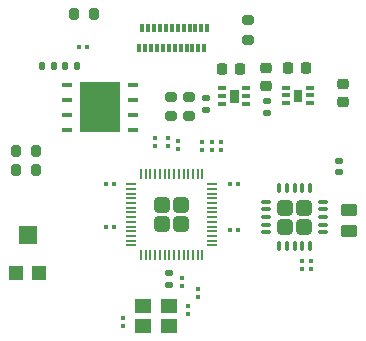
<source format=gbr>
%TF.GenerationSoftware,KiCad,Pcbnew,7.0.1*%
%TF.CreationDate,2024-01-29T14:24:06+02:00*%
%TF.ProjectId,Temp_meter_1.1,54656d70-5f6d-4657-9465-725f312e312e,rev?*%
%TF.SameCoordinates,Original*%
%TF.FileFunction,Paste,Top*%
%TF.FilePolarity,Positive*%
%FSLAX46Y46*%
G04 Gerber Fmt 4.6, Leading zero omitted, Abs format (unit mm)*
G04 Created by KiCad (PCBNEW 7.0.1) date 2024-01-29 14:24:06*
%MOMM*%
%LPD*%
G01*
G04 APERTURE LIST*
G04 Aperture macros list*
%AMRoundRect*
0 Rectangle with rounded corners*
0 $1 Rounding radius*
0 $2 $3 $4 $5 $6 $7 $8 $9 X,Y pos of 4 corners*
0 Add a 4 corners polygon primitive as box body*
4,1,4,$2,$3,$4,$5,$6,$7,$8,$9,$2,$3,0*
0 Add four circle primitives for the rounded corners*
1,1,$1+$1,$2,$3*
1,1,$1+$1,$4,$5*
1,1,$1+$1,$6,$7*
1,1,$1+$1,$8,$9*
0 Add four rect primitives between the rounded corners*
20,1,$1+$1,$2,$3,$4,$5,0*
20,1,$1+$1,$4,$5,$6,$7,0*
20,1,$1+$1,$6,$7,$8,$9,0*
20,1,$1+$1,$8,$9,$2,$3,0*%
G04 Aperture macros list end*
%ADD10C,0.010000*%
%ADD11RoundRect,0.225000X-0.225000X-0.250000X0.225000X-0.250000X0.225000X0.250000X-0.225000X0.250000X0*%
%ADD12RoundRect,0.079500X0.100500X-0.079500X0.100500X0.079500X-0.100500X0.079500X-0.100500X-0.079500X0*%
%ADD13RoundRect,0.200000X-0.275000X0.200000X-0.275000X-0.200000X0.275000X-0.200000X0.275000X0.200000X0*%
%ADD14RoundRect,0.135000X0.185000X-0.135000X0.185000X0.135000X-0.185000X0.135000X-0.185000X-0.135000X0*%
%ADD15RoundRect,0.079500X0.079500X0.100500X-0.079500X0.100500X-0.079500X-0.100500X0.079500X-0.100500X0*%
%ADD16RoundRect,0.200000X0.200000X0.275000X-0.200000X0.275000X-0.200000X-0.275000X0.200000X-0.275000X0*%
%ADD17RoundRect,0.200000X-0.200000X-0.275000X0.200000X-0.275000X0.200000X0.275000X-0.200000X0.275000X0*%
%ADD18RoundRect,0.135000X0.135000X0.185000X-0.135000X0.185000X-0.135000X-0.185000X0.135000X-0.185000X0*%
%ADD19RoundRect,0.225000X-0.250000X0.225000X-0.250000X-0.225000X0.250000X-0.225000X0.250000X0.225000X0*%
%ADD20RoundRect,0.079500X-0.100500X0.079500X-0.100500X-0.079500X0.100500X-0.079500X0.100500X0.079500X0*%
%ADD21RoundRect,0.250000X0.405000X0.405000X-0.405000X0.405000X-0.405000X-0.405000X0.405000X-0.405000X0*%
%ADD22RoundRect,0.075000X0.337500X0.075000X-0.337500X0.075000X-0.337500X-0.075000X0.337500X-0.075000X0*%
%ADD23RoundRect,0.075000X0.075000X0.337500X-0.075000X0.337500X-0.075000X-0.337500X0.075000X-0.337500X0*%
%ADD24RoundRect,0.135000X-0.185000X0.135000X-0.185000X-0.135000X0.185000X-0.135000X0.185000X0.135000X0*%
%ADD25R,0.960000X0.440000*%
%ADD26R,3.400000X4.300000*%
%ADD27RoundRect,0.225000X0.250000X-0.225000X0.250000X0.225000X-0.250000X0.225000X-0.250000X-0.225000X0*%
%ADD28RoundRect,0.250000X0.450000X-0.262500X0.450000X0.262500X-0.450000X0.262500X-0.450000X-0.262500X0*%
%ADD29RoundRect,0.079500X-0.079500X-0.100500X0.079500X-0.100500X0.079500X0.100500X-0.079500X0.100500X0*%
%ADD30R,0.300000X0.700000*%
%ADD31R,1.400000X1.200000*%
%ADD32R,0.690000X0.320000*%
%ADD33RoundRect,0.140000X0.170000X-0.140000X0.170000X0.140000X-0.170000X0.140000X-0.170000X-0.140000X0*%
%ADD34R,1.200000X1.200000*%
%ADD35R,1.600000X1.500000*%
%ADD36RoundRect,0.249999X-0.395001X-0.395001X0.395001X-0.395001X0.395001X0.395001X-0.395001X0.395001X0*%
%ADD37RoundRect,0.050000X-0.387500X-0.050000X0.387500X-0.050000X0.387500X0.050000X-0.387500X0.050000X0*%
%ADD38RoundRect,0.050000X-0.050000X-0.387500X0.050000X-0.387500X0.050000X0.387500X-0.050000X0.387500X0*%
G04 APERTURE END LIST*
%TO.C,U2*%
D10*
X107396000Y-55656000D02*
X106764000Y-55656000D01*
X106764000Y-54644000D01*
X107396000Y-54644000D01*
X107396000Y-55656000D01*
G36*
X107396000Y-55656000D02*
G01*
X106764000Y-55656000D01*
X106764000Y-54644000D01*
X107396000Y-54644000D01*
X107396000Y-55656000D01*
G37*
%TO.C,U3*%
X112786000Y-55606000D02*
X112154000Y-55606000D01*
X112154000Y-54594000D01*
X112786000Y-54594000D01*
X112786000Y-55606000D01*
G36*
X112786000Y-55606000D02*
G01*
X112154000Y-55606000D01*
X112154000Y-54594000D01*
X112786000Y-54594000D01*
X112786000Y-55606000D01*
G37*
%TD*%
D11*
%TO.C,C3*%
X106050000Y-52900000D03*
X107600000Y-52900000D03*
%TD*%
D12*
%TO.C,C7*%
X100400000Y-59400000D03*
X100400000Y-58710000D03*
%TD*%
D13*
%TO.C,R5*%
X101700000Y-55200000D03*
X101700000Y-56850000D03*
%TD*%
D14*
%TO.C,R9*%
X101592500Y-71120000D03*
X101592500Y-70100000D03*
%TD*%
D12*
%TO.C,C5*%
X104400000Y-59690000D03*
X104400000Y-59000000D03*
%TD*%
D11*
%TO.C,C2*%
X111650000Y-52800000D03*
X113200000Y-52800000D03*
%TD*%
D15*
%TO.C,C8*%
X96900000Y-66200000D03*
X96210000Y-66200000D03*
%TD*%
D12*
%TO.C,C15*%
X105200000Y-59690000D03*
X105200000Y-59000000D03*
%TD*%
D16*
%TO.C,R11*%
X90300000Y-61400000D03*
X88650000Y-61400000D03*
%TD*%
D17*
%TO.C,R14*%
X93550000Y-48200000D03*
X95200000Y-48200000D03*
%TD*%
D18*
%TO.C,R7*%
X93820000Y-52600000D03*
X92800000Y-52600000D03*
%TD*%
D13*
%TO.C,R15*%
X108300000Y-48750000D03*
X108300000Y-50400000D03*
%TD*%
D19*
%TO.C,C1*%
X116300000Y-54100000D03*
X116300000Y-55650000D03*
%TD*%
D20*
%TO.C,C17*%
X97700000Y-73955000D03*
X97700000Y-74645000D03*
%TD*%
D21*
%TO.C,U5*%
X113020000Y-66210000D03*
X113020000Y-64590000D03*
X111400000Y-66210000D03*
X111400000Y-64590000D03*
D22*
X114647500Y-66700000D03*
X114647500Y-66050000D03*
X114647500Y-65400000D03*
X114647500Y-64750000D03*
X114647500Y-64100000D03*
D23*
X113510000Y-62962500D03*
X112860000Y-62962500D03*
X112210000Y-62962500D03*
X111560000Y-62962500D03*
X110910000Y-62962500D03*
D22*
X109772500Y-64100000D03*
X109772500Y-64750000D03*
X109772500Y-65400000D03*
X109772500Y-66050000D03*
X109772500Y-66700000D03*
D23*
X110910000Y-67837500D03*
X111560000Y-67837500D03*
X112210000Y-67837500D03*
X112860000Y-67837500D03*
X113510000Y-67837500D03*
%TD*%
D20*
%TO.C,C20*%
X112800000Y-69100000D03*
X112800000Y-69790000D03*
%TD*%
D12*
%TO.C,C13*%
X102300000Y-59645000D03*
X102300000Y-58955000D03*
%TD*%
%TO.C,C22*%
X101500000Y-59400000D03*
X101500000Y-58710000D03*
%TD*%
D24*
%TO.C,R1*%
X109850000Y-55540000D03*
X109850000Y-56560000D03*
%TD*%
D25*
%TO.C,U4*%
X92900000Y-54190000D03*
X92900000Y-55460000D03*
X92900000Y-56730000D03*
X92900000Y-58000000D03*
X98500000Y-58000000D03*
X98500000Y-56730000D03*
X98500000Y-55460000D03*
X98500000Y-54190000D03*
D26*
X95700000Y-56095000D03*
%TD*%
D27*
%TO.C,C4*%
X109800000Y-54300000D03*
X109800000Y-52750000D03*
%TD*%
D12*
%TO.C,C11*%
X106000000Y-59690000D03*
X106000000Y-59000000D03*
%TD*%
D28*
%TO.C,R12*%
X116800000Y-66600000D03*
X116800000Y-64775000D03*
%TD*%
D29*
%TO.C,C10*%
X106755000Y-66500000D03*
X107445000Y-66500000D03*
%TD*%
D30*
%TO.C,P1*%
X104560000Y-51060000D03*
X104060000Y-51060000D03*
X103560000Y-51060000D03*
X103060000Y-51060000D03*
X102560000Y-51060000D03*
X102060000Y-51060000D03*
X101560000Y-51060000D03*
X101060000Y-51060000D03*
X100560000Y-51060000D03*
X100060000Y-51060000D03*
X99560000Y-51060000D03*
X99060000Y-51060000D03*
X99310000Y-49360000D03*
X99810000Y-49360000D03*
X100310000Y-49360000D03*
X100810000Y-49360000D03*
X101310000Y-49360000D03*
X101810000Y-49360000D03*
X102310000Y-49360000D03*
X102810000Y-49360000D03*
X103310000Y-49360000D03*
X103810000Y-49360000D03*
X104310000Y-49360000D03*
X104810000Y-49360000D03*
%TD*%
D31*
%TO.C,Y2*%
X99400000Y-74600000D03*
X101600000Y-74600000D03*
X101600000Y-72900000D03*
X99400000Y-72900000D03*
%TD*%
D29*
%TO.C,C16*%
X93975000Y-51000000D03*
X94665000Y-51000000D03*
%TD*%
%TO.C,C14*%
X106700000Y-62620000D03*
X107390000Y-62620000D03*
%TD*%
D32*
%TO.C,U2*%
X106060000Y-54500000D03*
X106060000Y-55150000D03*
X106060000Y-55800000D03*
X108100000Y-55800000D03*
X108100000Y-55150000D03*
X108100000Y-54500000D03*
%TD*%
D12*
%TO.C,C18*%
X103200000Y-73590000D03*
X103200000Y-72900000D03*
%TD*%
D13*
%TO.C,R6*%
X103300000Y-55200000D03*
X103300000Y-56850000D03*
%TD*%
D18*
%TO.C,R8*%
X91820000Y-52600000D03*
X90800000Y-52600000D03*
%TD*%
D20*
%TO.C,C6*%
X104000000Y-71455000D03*
X104000000Y-72145000D03*
%TD*%
D32*
%TO.C,U3*%
X111450000Y-54450000D03*
X111450000Y-55100000D03*
X111450000Y-55750000D03*
X113490000Y-55750000D03*
X113490000Y-55100000D03*
X113490000Y-54450000D03*
%TD*%
D20*
%TO.C,C9*%
X102700000Y-70555000D03*
X102700000Y-71245000D03*
%TD*%
D33*
%TO.C,C21*%
X116000000Y-61600000D03*
X116000000Y-60640000D03*
%TD*%
D34*
%TO.C,RV1*%
X88600000Y-70150000D03*
D35*
X89600000Y-66900000D03*
D34*
X90600000Y-70150000D03*
%TD*%
D16*
%TO.C,R10*%
X90300000Y-59800000D03*
X88650000Y-59800000D03*
%TD*%
D24*
%TO.C,R2*%
X104700000Y-55300000D03*
X104700000Y-56320000D03*
%TD*%
D20*
%TO.C,C19*%
X113600000Y-69100000D03*
X113600000Y-69790000D03*
%TD*%
D36*
%TO.C,U1*%
X101000000Y-64400000D03*
X101000000Y-66000000D03*
X102600000Y-64400000D03*
X102600000Y-66000000D03*
D37*
X98362500Y-62600000D03*
X98362500Y-63000000D03*
X98362500Y-63400000D03*
X98362500Y-63800000D03*
X98362500Y-64200000D03*
X98362500Y-64600000D03*
X98362500Y-65000000D03*
X98362500Y-65400000D03*
X98362500Y-65800000D03*
X98362500Y-66200000D03*
X98362500Y-66600000D03*
X98362500Y-67000000D03*
X98362500Y-67400000D03*
X98362500Y-67800000D03*
D38*
X99200000Y-68637500D03*
X99600000Y-68637500D03*
X100000000Y-68637500D03*
X100400000Y-68637500D03*
X100800000Y-68637500D03*
X101200000Y-68637500D03*
X101600000Y-68637500D03*
X102000000Y-68637500D03*
X102400000Y-68637500D03*
X102800000Y-68637500D03*
X103200000Y-68637500D03*
X103600000Y-68637500D03*
X104000000Y-68637500D03*
X104400000Y-68637500D03*
D37*
X105237500Y-67800000D03*
X105237500Y-67400000D03*
X105237500Y-67000000D03*
X105237500Y-66600000D03*
X105237500Y-66200000D03*
X105237500Y-65800000D03*
X105237500Y-65400000D03*
X105237500Y-65000000D03*
X105237500Y-64600000D03*
X105237500Y-64200000D03*
X105237500Y-63800000D03*
X105237500Y-63400000D03*
X105237500Y-63000000D03*
X105237500Y-62600000D03*
D38*
X104400000Y-61762500D03*
X104000000Y-61762500D03*
X103600000Y-61762500D03*
X103200000Y-61762500D03*
X102800000Y-61762500D03*
X102400000Y-61762500D03*
X102000000Y-61762500D03*
X101600000Y-61762500D03*
X101200000Y-61762500D03*
X100800000Y-61762500D03*
X100400000Y-61762500D03*
X100000000Y-61762500D03*
X99600000Y-61762500D03*
X99200000Y-61762500D03*
%TD*%
D15*
%TO.C,C12*%
X96900000Y-62600000D03*
X96210000Y-62600000D03*
%TD*%
M02*

</source>
